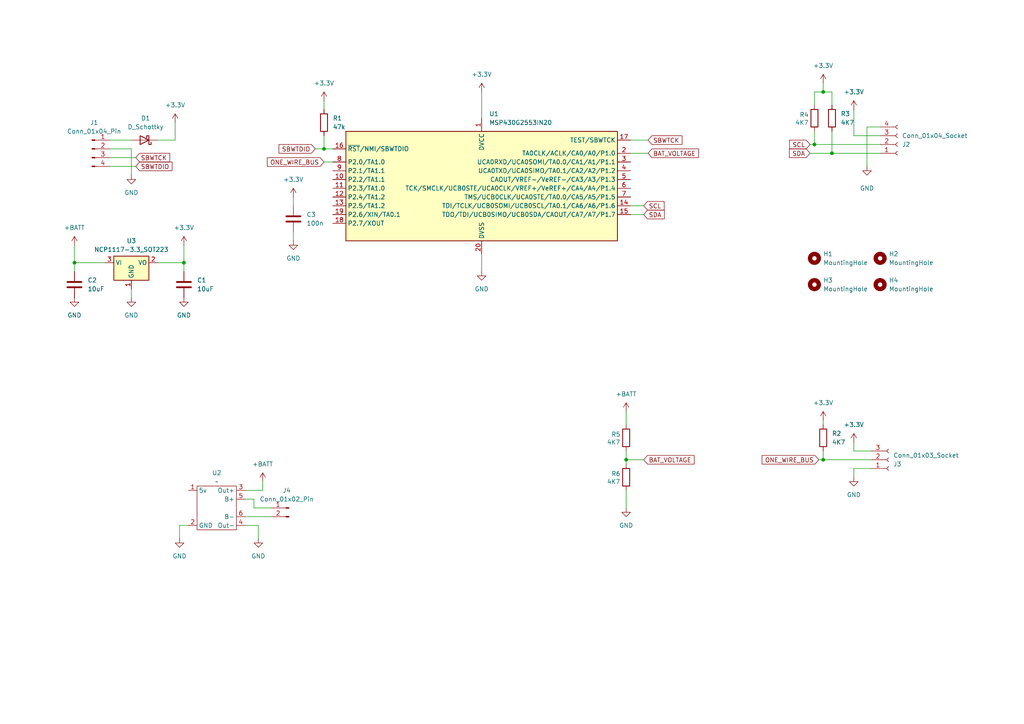
<source format=kicad_sch>
(kicad_sch (version 20231120) (generator "eeschema") (generator_version "8.0")
  (paper "A4")
  (lib_symbols
    (symbol "Connector:Conn_01x02_Pin" (pin_names (offset 1.016) hide)
      (property "Reference" "J" (at 0 2.54 0))
      (property "Value" "Conn_01x02_Pin" (at 0 -5.08 0))
      (symbol "Conn_01x02_Pin_1_1"
        (polyline (pts (xy 1.27 -2.54) (xy 0.8636 -2.54)) (stroke (width 0.1524)))
        (polyline (pts (xy 1.27 0) (xy 0.8636 0)) (stroke (width 0.1524)))
        (rectangle (start 0.8636 -2.413) (end 0 -2.667) (stroke (width 0.1524)) (fill (type outline)))
        (rectangle (start 0.8636 0.127) (end 0 -0.127) (stroke (width 0.1524)) (fill (type outline)))
        (pin passive line (at 5.08 0 180) (length 3.81) (name "Pin_1") (number "1"))
        (pin passive line (at 5.08 -2.54 180) (length 3.81) (name "Pin_2") (number "2"))
      )
    )
    (symbol "Connector:Conn_01x03_Socket" (pin_names (offset 1.016) hide)
      (property "Reference" "J" (at 0 5.08 0))
      (property "Value" "Conn_01x03_Socket" (at 0 -5.08 0))
      (symbol "Conn_01x03_Socket_1_1"
        (arc (start 0 -2.032) (mid -0.5058 -2.54) (end 0 -3.048) (stroke (width 0.1524)))
        (polyline (pts (xy -1.27 -2.54) (xy -0.508 -2.54)) (stroke (width 0.1524)))
        (polyline (pts (xy -1.27 0) (xy -0.508 0)) (stroke (width 0.1524)))
        (polyline (pts (xy -1.27 2.54) (xy -0.508 2.54)) (stroke (width 0.1524)))
        (arc (start 0 0.508) (mid -0.5058 0) (end 0 -0.508) (stroke (width 0.1524)))
        (arc (start 0 3.048) (mid -0.5058 2.54) (end 0 2.032) (stroke (width 0.1524)))
        (pin passive line (at -5.08 2.54 0) (length 3.81) (name "Pin_1") (number "1"))
        (pin passive line (at -5.08 0 0) (length 3.81) (name "Pin_2") (number "2"))
        (pin passive line (at -5.08 -2.54 0) (length 3.81) (name "Pin_3") (number "3"))
      )
    )
    (symbol "Connector:Conn_01x04_Pin" (pin_names (offset 1.016) hide)
      (property "Reference" "J" (at 0 5.08 0))
      (property "Value" "Conn_01x04_Pin" (at 0 -7.62 0))
      (symbol "Conn_01x04_Pin_1_1"
        (polyline (pts (xy 1.27 -5.08) (xy 0.8636 -5.08)) (stroke (width 0.1524)))
        (polyline (pts (xy 1.27 -2.54) (xy 0.8636 -2.54)) (stroke (width 0.1524)))
        (polyline (pts (xy 1.27 0) (xy 0.8636 0)) (stroke (width 0.1524)))
        (polyline (pts (xy 1.27 2.54) (xy 0.8636 2.54)) (stroke (width 0.1524)))
        (rectangle (start 0.8636 -4.953) (end 0 -5.207) (stroke (width 0.1524)) (fill (type outline)))
        (rectangle (start 0.8636 -2.413) (end 0 -2.667) (stroke (width 0.1524)) (fill (type outline)))
        (rectangle (start 0.8636 0.127) (end 0 -0.127) (stroke (width 0.1524)) (fill (type outline)))
        (rectangle (start 0.8636 2.667) (end 0 2.413) (stroke (width 0.1524)) (fill (type outline)))
        (pin passive line (at 5.08 2.54 180) (length 3.81) (name "Pin_1") (number "1"))
        (pin passive line (at 5.08 0 180) (length 3.81) (name "Pin_2") (number "2"))
        (pin passive line (at 5.08 -2.54 180) (length 3.81) (name "Pin_3") (number "3"))
        (pin passive line (at 5.08 -5.08 180) (length 3.81) (name "Pin_4") (number "4"))
      )
    )
    (symbol "Connector:Conn_01x04_Socket" (pin_names (offset 1.016) hide)
      (property "Reference" "J" (at 0 5.08 0))
      (property "Value" "Conn_01x04_Socket" (at 0 -7.62 0))
      (symbol "Conn_01x04_Socket_1_1"
        (arc (start 0 -4.572) (mid -0.5058 -5.08) (end 0 -5.588) (stroke (width 0.1524)))
        (arc (start 0 -2.032) (mid -0.5058 -2.54) (end 0 -3.048) (stroke (width 0.1524)))
        (polyline (pts (xy -1.27 -5.08) (xy -0.508 -5.08)) (stroke (width 0.1524)))
        (polyline (pts (xy -1.27 -2.54) (xy -0.508 -2.54)) (stroke (width 0.1524)))
        (polyline (pts (xy -1.27 0) (xy -0.508 0)) (stroke (width 0.1524)))
        (polyline (pts (xy -1.27 2.54) (xy -0.508 2.54)) (stroke (width 0.1524)))
        (arc (start 0 0.508) (mid -0.5058 0) (end 0 -0.508) (stroke (width 0.1524)))
        (arc (start 0 3.048) (mid -0.5058 2.54) (end 0 2.032) (stroke (width 0.1524)))
        (pin passive line (at -5.08 2.54 0) (length 3.81) (name "Pin_1") (number "1"))
        (pin passive line (at -5.08 0 0) (length 3.81) (name "Pin_2") (number "2"))
        (pin passive line (at -5.08 -2.54 0) (length 3.81) (name "Pin_3") (number "3"))
        (pin passive line (at -5.08 -5.08 0) (length 3.81) (name "Pin_4") (number "4"))
      )
    )
    (symbol "Device:C" (pin_numbers hide) (pin_names (offset 0.254))
      (property "Reference" "C" (at 0.635 2.54 0))
      (property "Value" "C" (at 0.635 -2.54 0))
      (symbol "C_0_1"
        (polyline (pts (xy -2.032 -0.762) (xy 2.032 -0.762)) (stroke (width 0.508)))
        (polyline (pts (xy -2.032 0.762) (xy 2.032 0.762)) (stroke (width 0.508)))
      )
      (symbol "C_1_1"
        (pin passive line (at 0 3.81 270) (length 2.794) (name "~") (number "1"))
        (pin passive line (at 0 -3.81 90) (length 2.794) (name "~") (number "2"))
      )
    )
    (symbol "Device:D_Schottky" (pin_numbers hide) (pin_names (offset 1.016) hide)
      (property "Reference" "D" (at 0 2.54 0))
      (property "Value" "D_Schottky" (at 0 -2.54 0))
      (symbol "D_Schottky_0_1"
        (polyline (pts (xy 1.27 0) (xy -1.27 0)))
        (polyline (pts (xy 1.27 1.27) (xy 1.27 -1.27) (xy -1.27 0) (xy 1.27 1.27)) (stroke (width 0.254)))
        (polyline (pts (xy -1.905 0.635) (xy -1.905 1.27) (xy -1.27 1.27) (xy -1.27 -1.27) (xy -0.635 -1.27) (xy -0.635 -0.635)) (stroke (width 0.254)))
      )
      (symbol "D_Schottky_1_1"
        (pin passive line (at -3.81 0 0) (length 2.54) (name "K") (number "1"))
        (pin passive line (at 3.81 0 180) (length 2.54) (name "A") (number "2"))
      )
    )
    (symbol "Device:R" (pin_numbers hide) (pin_names (offset 0))
      (property "Reference" "R" (at 2.032 0 90))
      (property "Value" "R" (at 0 0 90))
      (symbol "R_0_1"
        (rectangle (start -1.016 -2.54) (end 1.016 2.54) (stroke (width 0.254)))
      )
      (symbol "R_1_1"
        (pin passive line (at 0 3.81 270) (length 1.27) (name "~") (number "1"))
        (pin passive line (at 0 -3.81 90) (length 1.27) (name "~") (number "2"))
      )
    )
    (symbol "MCU_Texas_MSP430:MSP430G2553IN20"
      (property "Reference" "U" (at -38.1 17.78 0))
      (property "Value" "MSP430G2553IN20" (at 31.75 -16.51 0))
      (symbol "MSP430G2553IN20_0_1"
        (rectangle (start -39.37 16.51) (end 39.37 -15.24) (stroke (width 0.254)) (fill (type background)))
      )
      (symbol "MSP430G2553IN20_1_1"
        (pin power_in line (at 0 20.32 270) (length 3.81) (name "DVCC") (number "1"))
        (pin bidirectional line (at -43.18 2.54 0) (length 3.81) (name "P2.2/TA1.1") (number "10"))
        (pin bidirectional line (at -43.18 0 0) (length 3.81) (name "P2.3/TA1.0") (number "11"))
        (pin bidirectional line (at -43.18 -2.54 0) (length 3.81) (name "P2.4/TA1.2") (number "12"))
        (pin bidirectional line (at -43.18 -5.08 0) (length 3.81) (name "P2.5/TA1.2") (number "13"))
        (pin bidirectional line (at 43.18 -5.08 180) (length 3.81) (name "TDI/TCLK/UCB0SOMI/UCB0SCL/TA0.1/CA6/A6/P1.6") (number "14"))
        (pin bidirectional line (at 43.18 -7.62 180) (length 3.81) (name "TDO/TDI/UCB0SIMO/UCB0SDA/CAOUT/CA7/A7/P1.7") (number "15"))
        (pin input line (at -43.18 11.43 0) (length 3.81) (name "~{RST}/NMI/SBWTDIO") (number "16"))
        (pin input line (at 43.18 13.97 180) (length 3.81) (name "TEST/SBWTCK") (number "17"))
        (pin bidirectional line (at -43.18 -10.16 0) (length 3.81) (name "P2.7/XOUT") (number "18"))
        (pin bidirectional line (at -43.18 -7.62 0) (length 3.81) (name "P2.6/XIN/TA0.1") (number "19"))
        (pin bidirectional line (at 43.18 10.16 180) (length 3.81) (name "TA0CLK/ACLK/CA0/A0/P1.0") (number "2"))
        (pin power_in line (at 0 -19.05 90) (length 3.81) (name "DVSS") (number "20"))
        (pin bidirectional line (at 43.18 7.62 180) (length 3.81) (name "UCA0RXD/UCA0SOMI/TA0.0/CA1/A1/P1.1") (number "3"))
        (pin bidirectional line (at 43.18 5.08 180) (length 3.81) (name "UCA0TXD/UCA0SIMO/TA0.1/CA2/A2/P1.2") (number "4"))
        (pin bidirectional line (at 43.18 2.54 180) (length 3.81) (name "CAOUT/VREF-/VeREF-/CA3/A3/P1.3") (number "5"))
        (pin bidirectional line (at 43.18 0 180) (length 3.81) (name "TCK/SMCLK/UCB0STE/UCA0CLK/VREF+/VeREF+/CA4/A4/P1.4") (number "6"))
        (pin bidirectional line (at 43.18 -2.54 180) (length 3.81) (name "TMS/UCB0CLK/UCA0STE/TA0.0/CA5/A5/P1.5") (number "7"))
        (pin bidirectional line (at -43.18 7.62 0) (length 3.81) (name "P2.0/TA1.0") (number "8"))
        (pin bidirectional line (at -43.18 5.08 0) (length 3.81) (name "P2.1/TA1.1") (number "9"))
      )
    )
    (symbol "Mechanical:MountingHole" (pin_names (offset 1.016)) (exclude_from_sim yes) (in_bom no)
      (property "Reference" "H" (at 0 5.08 0))
      (property "Value" "MountingHole" (at 0 3.175 0))
      (symbol "MountingHole_0_1"
        (circle (center 0 0) (radius 1.27) (stroke (width 1.27)))
      )
    )
    (symbol "Regulator_Linear:NCP1117-3.3_SOT223"
      (property "Reference" "U" (at -3.81 3.175 0))
      (property "Value" "NCP1117-3.3_SOT223" (at 0 3.175 0))
      (symbol "NCP1117-3.3_SOT223_0_1"
        (rectangle (start -5.08 -5.08) (end 5.08 1.905) (stroke (width 0.254)) (fill (type background)))
      )
      (symbol "NCP1117-3.3_SOT223_1_1"
        (pin power_in line (at 0 -7.62 90) (length 2.54) (name "GND") (number "1"))
        (pin power_out line (at 7.62 0 180) (length 2.54) (name "VO") (number "2"))
        (pin power_in line (at -7.62 0 0) (length 2.54) (name "VI") (number "3"))
      )
    )
    (symbol "power:+3.3V" (power) (pin_numbers hide) (pin_names (offset 0) hide)
      (property "Value" "+3.3V" (at 0 3.556 0))
      (symbol "+3.3V_0_1"
        (polyline (pts (xy -0.762 1.27) (xy 0 2.54)))
        (polyline (pts (xy 0 0) (xy 0 2.54)))
        (polyline (pts (xy 0 2.54) (xy 0.762 1.27)))
      )
      (symbol "+3.3V_1_1"
        (pin power_in line (at 0 0 90) (length 0) (name "~") (number "1"))
      )
    )
    (symbol "power:+BATT" (power) (pin_numbers hide) (pin_names (offset 0) hide)
      (property "Value" "+BATT" (at 0 3.556 0))
      (symbol "+BATT_0_1"
        (polyline (pts (xy -0.762 1.27) (xy 0 2.54)))
        (polyline (pts (xy 0 0) (xy 0 2.54)))
        (polyline (pts (xy 0 2.54) (xy 0.762 1.27)))
      )
      (symbol "+BATT_1_1"
        (pin power_in line (at 0 0 90) (length 0) (name "~") (number "1"))
      )
    )
    (symbol "power:GND" (power) (pin_numbers hide) (pin_names (offset 0) hide)
      (property "Value" "GND" (at 0 -3.81 0))
      (symbol "GND_0_1"
        (polyline (pts (xy 0 0) (xy 0 -1.27) (xy 1.27 -1.27) (xy 0 -2.54) (xy -1.27 -1.27) (xy 0 -1.27)))
      )
      (symbol "GND_1_1"
        (pin power_in line (at 0 0 270) (length 0) (name "~") (number "1"))
      )
    )
    (symbol "termo:TP4056"
      (property "Reference" "U" (at 0 0 0))
      (symbol "TP4056_0_1"
        (rectangle (start -3.81 -1.27) (end 7.62 -13.97))
      )
      (symbol "TP4056_1_1"
        (pin input line (at -6.35 -2.54 0) (length 2.54) (name "5v") (number "1"))
        (pin input line (at -6.35 -12.7 0) (length 2.54) (name "GND") (number "2"))
        (pin output line (at 10.16 -2.54 180) (length 2.54) (name "Out+") (number "3"))
        (pin output line (at 10.16 -12.7 180) (length 2.54) (name "Out-") (number "4"))
        (pin output line (at 10.16 -5.08 180) (length 2.54) (name "B+") (number "5"))
        (pin output line (at 10.16 -10.16 180) (length 2.54) (name "B-") (number "6"))
      )
    )
  )
  (junction (at 53.34 76.2))
  (junction (at 181.61 133.35))
  (junction (at 93.98 43.18))
  (junction (at 238.76 26.67))
  (junction (at 21.59 76.2))
  (junction (at 238.76 133.35))
  (junction (at 236.22 41.91))
  (junction (at 241.3 44.45))
  (wire (pts (xy 93.98 39.37) (xy 93.98 43.18)))
  (wire (pts (xy 252.73 130.81) (xy 247.65 130.81)))
  (wire (pts (xy 73.66 144.78) (xy 73.66 147.32)))
  (wire (pts (xy 182.88 44.45) (xy 187.96 44.45)))
  (wire (pts (xy 238.76 130.81) (xy 238.76 133.35)))
  (wire (pts (xy 76.2 139.7) (xy 76.2 142.24)))
  (wire (pts (xy 241.3 30.48) (xy 241.3 26.67)))
  (wire (pts (xy 182.88 40.64) (xy 187.96 40.64)))
  (wire (pts (xy 181.61 142.24) (xy 181.61 147.32)))
  (wire (pts (xy 234.95 41.91) (xy 236.22 41.91)))
  (wire (pts (xy 45.72 76.2) (xy 53.34 76.2)))
  (wire (pts (xy 54.61 152.4) (xy 52.07 152.4)))
  (wire (pts (xy 53.34 76.2) (xy 53.34 78.74)))
  (wire (pts (xy 238.76 121.92) (xy 238.76 123.19)))
  (wire (pts (xy 139.7 26.67) (xy 139.7 34.29)))
  (wire (pts (xy 91.44 43.18) (xy 93.98 43.18)))
  (wire (pts (xy 52.07 152.4) (xy 52.07 156.21)))
  (wire (pts (xy 74.93 152.4) (xy 74.93 156.21)))
  (wire (pts (xy 31.75 48.26) (xy 39.37 48.26)))
  (wire (pts (xy 181.61 133.35) (xy 181.61 134.62)))
  (wire (pts (xy 182.88 62.23) (xy 186.69 62.23)))
  (wire (pts (xy 93.98 43.18) (xy 96.52 43.18)))
  (wire (pts (xy 31.75 45.72) (xy 39.37 45.72)))
  (wire (pts (xy 21.59 76.2) (xy 30.48 76.2)))
  (wire (pts (xy 252.73 135.89) (xy 247.65 135.89)))
  (wire (pts (xy 241.3 44.45) (xy 255.27 44.45)))
  (wire (pts (xy 238.76 133.35) (xy 252.73 133.35)))
  (wire (pts (xy 255.27 36.83) (xy 251.46 36.83)))
  (wire (pts (xy 21.59 71.12) (xy 21.59 76.2)))
  (wire (pts (xy 71.12 149.86) (xy 78.74 149.86)))
  (wire (pts (xy 21.59 78.74) (xy 21.59 76.2)))
  (wire (pts (xy 238.76 24.13) (xy 238.76 26.67)))
  (wire (pts (xy 236.22 26.67) (xy 238.76 26.67)))
  (wire (pts (xy 241.3 38.1) (xy 241.3 44.45)))
  (wire (pts (xy 38.1 83.82) (xy 38.1 86.36)))
  (wire (pts (xy 31.75 40.64) (xy 38.1 40.64)))
  (wire (pts (xy 181.61 130.81) (xy 181.61 133.35)))
  (wire (pts (xy 53.34 76.2) (xy 53.34 71.12)))
  (wire (pts (xy 181.61 133.35) (xy 186.69 133.35)))
  (wire (pts (xy 236.22 38.1) (xy 236.22 41.91)))
  (wire (pts (xy 234.95 44.45) (xy 241.3 44.45)))
  (wire (pts (xy 238.76 26.67) (xy 241.3 26.67)))
  (wire (pts (xy 50.8 40.64) (xy 50.8 35.56)))
  (wire (pts (xy 181.61 123.19) (xy 181.61 119.38)))
  (wire (pts (xy 45.72 40.64) (xy 50.8 40.64)))
  (wire (pts (xy 93.98 29.21) (xy 93.98 31.75)))
  (wire (pts (xy 236.22 26.67) (xy 236.22 30.48)))
  (wire (pts (xy 237.49 133.35) (xy 238.76 133.35)))
  (wire (pts (xy 93.98 46.99) (xy 96.52 46.99)))
  (wire (pts (xy 247.65 31.75) (xy 247.65 39.37)))
  (wire (pts (xy 71.12 142.24) (xy 76.2 142.24)))
  (wire (pts (xy 71.12 152.4) (xy 74.93 152.4)))
  (wire (pts (xy 247.65 39.37) (xy 255.27 39.37)))
  (wire (pts (xy 71.12 144.78) (xy 73.66 144.78)))
  (wire (pts (xy 73.66 147.32) (xy 78.74 147.32)))
  (wire (pts (xy 85.09 57.15) (xy 85.09 59.69)))
  (wire (pts (xy 139.7 73.66) (xy 139.7 78.74)))
  (wire (pts (xy 247.65 135.89) (xy 247.65 138.43)))
  (wire (pts (xy 31.75 43.18) (xy 38.1 43.18)))
  (wire (pts (xy 85.09 67.31) (xy 85.09 69.85)))
  (wire (pts (xy 236.22 41.91) (xy 255.27 41.91)))
  (wire (pts (xy 251.46 36.83) (xy 251.46 48.26)))
  (wire (pts (xy 247.65 130.81) (xy 247.65 128.27)))
  (wire (pts (xy 38.1 43.18) (xy 38.1 50.8)))
  (wire (pts (xy 182.88 59.69) (xy 186.69 59.69)))
  (global_label "SBWTDIO" (shape input) (at 91.44 43.18 180) (property "Intersheetrefs" "${INTERSHEET_REFS}" (effects (hide yes))))
  (global_label "SBWTCK" (shape input) (at 187.96 40.64 0) (property "Intersheetrefs" "${INTERSHEET_REFS}" (effects (hide yes))))
  (global_label "SBWTDIO" (shape input) (at 39.37 48.26 0) (property "Intersheetrefs" "${INTERSHEET_REFS}" (effects (hide yes))))
  (global_label "SCL" (shape input) (at 186.69 59.69 0) (property "Intersheetrefs" "${INTERSHEET_REFS}" (effects (hide yes))))
  (global_label "ONE_WIRE_BUS" (shape input) (at 237.49 133.35 180) (property "Intersheetrefs" "${INTERSHEET_REFS}" (effects (hide yes))))
  (global_label "BAT_VOLTAGE" (shape input) (at 187.96 44.45 0) (property "Intersheetrefs" "${INTERSHEET_REFS}" (effects (hide yes))))
  (global_label "SDA" (shape input) (at 186.69 62.23 0) (property "Intersheetrefs" "${INTERSHEET_REFS}" (effects (hide yes))))
  (global_label "BAT_VOLTAGE" (shape input) (at 186.69 133.35 0) (property "Intersheetrefs" "${INTERSHEET_REFS}" (effects (hide yes))))
  (global_label "SBWTCK" (shape input) (at 39.37 45.72 0) (property "Intersheetrefs" "${INTERSHEET_REFS}" (effects (hide yes))))
  (global_label "SDA" (shape input) (at 234.95 44.45 180) (property "Intersheetrefs" "${INTERSHEET_REFS}" (effects (hide yes))))
  (global_label "SCL" (shape input) (at 234.95 41.91 180) (property "Intersheetrefs" "${INTERSHEET_REFS}" (effects (hide yes))))
  (global_label "ONE_WIRE_BUS" (shape input) (at 93.98 46.99 180) (property "Intersheetrefs" "${INTERSHEET_REFS}" (effects (hide yes))))
  (symbol (lib_id "power:+BATT") (at 181.61 119.38 0) (unit 1)
    (property "Reference" "#PWR023" (effects (hide yes)))
    (property "Value" "+BATT" (at 181.61 114.3 0))
    (property "Description" "Power symbol creates a global label with name \"+BATT\"" (effects (hide yes)))
  )
  (symbol (lib_id "Device:R") (at 236.22 34.29 0) (unit 1)
    (property "Reference" "R4" (at 231.902 33.274 0) (effects (justify left)))
    (property "Value" "4K7" (at 230.632 35.56 0) (effects (justify left)))
    (property "Footprint" "Resistor_SMD:R_0805_2012Metric_Pad1.20x1.40mm_HandSolder" (effects (hide yes)))
    (property "Description" "Resistor" (effects (hide yes)))
  )
  (symbol (lib_id "Device:R") (at 241.3 34.29 0) (unit 1)
    (property "Reference" "R3" (at 243.84 33.02 0) (effects (justify left)))
    (property "Value" "4K7" (at 243.84 35.5599 0) (effects (justify left)))
    (property "Footprint" "Resistor_SMD:R_0805_2012Metric_Pad1.20x1.40mm_HandSolder" (effects (hide yes)))
    (property "Description" "Resistor" (effects (hide yes)))
  )
  (symbol (lib_id "power:GND") (at 139.7 78.74 0) (unit 1)
    (property "Reference" "#PWR01" (effects (hide yes)))
    (property "Value" "GND" (at 139.7 83.82 0))
    (property "Description" "Power symbol creates a global label with name \"GND\" , ground" (effects (hide yes)))
  )
  (symbol (lib_id "power:+3.3V") (at 238.76 24.13 0) (unit 1)
    (property "Reference" "#PWR011" (effects (hide yes)))
    (property "Value" "+3.3V" (at 238.76 19.05 0))
    (property "Description" "Power symbol creates a global label with name \"+3.3V\"" (effects (hide yes)))
  )
  (symbol (lib_id "Connector:Conn_01x04_Socket") (at 260.35 41.91 0) (mirror x) (unit 1)
    (property "Reference" "J2" (at 261.62 41.9101 0) (effects (justify left)))
    (property "Value" "Conn_01x04_Socket" (at 261.62 39.3701 0) (effects (justify left)))
    (property "Footprint" "Connector_PinSocket_2.54mm:PinSocket_1x04_P2.54mm_Vertical" (effects (hide yes)))
    (property "Description" "Generic connector, single row, 01x04, script generated" (effects (hide yes)))
  )
  (symbol (lib_id "power:+BATT") (at 76.2 139.7 0) (unit 1)
    (property "Reference" "#PWR020" (effects (hide yes)))
    (property "Value" "+BATT" (at 76.2 134.62 0))
    (property "Description" "Power symbol creates a global label with name \"+BATT\"" (effects (hide yes)))
  )
  (symbol (lib_id "termo:TP4056") (at 60.96 139.7 0) (unit 1)
    (property "Reference" "U2" (at 62.865 137.16 0))
    (property "Value" "~" (at 62.865 139.7 0))
    (property "Footprint" "tp4056:TP4056-18650" (effects (hide yes)))
  )
  (symbol (lib_id "power:GND") (at 38.1 50.8 0) (unit 1)
    (property "Reference" "#PWR06" (effects (hide yes)))
    (property "Value" "GND" (at 38.1 55.88 0))
    (property "Description" "Power symbol creates a global label with name \"GND\" , ground" (effects (hide yes)))
  )
  (symbol (lib_id "Device:R") (at 181.61 138.43 0) (unit 1)
    (property "Reference" "R6" (at 177.292 137.414 0) (effects (justify left)))
    (property "Value" "4K7" (at 176.022 139.7 0) (effects (justify left)))
    (property "Footprint" "Resistor_SMD:R_0805_2012Metric_Pad1.20x1.40mm_HandSolder" (effects (hide yes)))
    (property "Description" "Resistor" (effects (hide yes)))
  )
  (symbol (lib_id "Device:D_Schottky") (at 41.91 40.64 180) (unit 1)
    (property "Reference" "D1" (at 42.2275 34.29 0))
    (property "Value" "D_Schottky" (at 42.2275 36.83 0))
    (property "Footprint" "Diode_SMD:D_SMB" (effects (hide yes)))
    (property "Description" "Schottky diode" (effects (hide yes)))
  )
  (symbol (lib_id "power:+3.3V") (at 50.8 35.56 0) (unit 1)
    (property "Reference" "#PWR05" (effects (hide yes)))
    (property "Value" "+3.3V" (at 50.8 30.48 0))
    (property "Description" "Power symbol creates a global label with name \"+3.3V\"" (effects (hide yes)))
  )
  (symbol (lib_id "Connector:Conn_01x04_Pin") (at 26.67 43.18 0) (unit 1)
    (property "Reference" "J1" (at 27.305 35.56 0))
    (property "Value" "Conn_01x04_Pin" (at 27.305 38.1 0))
    (property "Footprint" "Connector_PinHeader_2.54mm:PinHeader_1x04_P2.54mm_Horizontal" (effects (hide yes)))
    (property "Description" "Generic connector, single row, 01x04, script generated" (effects (hide yes)))
  )
  (symbol (lib_id "power:+3.3V") (at 247.65 128.27 0) (unit 1)
    (property "Reference" "#PWR08" (effects (hide yes)))
    (property "Value" "+3.3V" (at 247.65 123.19 0))
    (property "Description" "Power symbol creates a global label with name \"+3.3V\"" (effects (hide yes)))
  )
  (symbol (lib_id "power:+3.3V") (at 93.98 29.21 0) (unit 1)
    (property "Reference" "#PWR07" (effects (hide yes)))
    (property "Value" "+3.3V" (at 93.98 24.13 0))
    (property "Description" "Power symbol creates a global label with name \"+3.3V\"" (effects (hide yes)))
  )
  (symbol (lib_id "power:+3.3V") (at 247.65 31.75 0) (unit 1)
    (property "Reference" "#PWR04" (effects (hide yes)))
    (property "Value" "+3.3V" (at 247.65 26.67 0))
    (property "Description" "Power symbol creates a global label with name \"+3.3V\"" (effects (hide yes)))
  )
  (symbol (lib_id "Connector:Conn_01x03_Socket") (at 257.81 133.35 0) (mirror x) (unit 1)
    (property "Reference" "J3" (at 259.08 134.6201 0) (effects (justify left)))
    (property "Value" "Conn_01x03_Socket" (at 259.08 132.0801 0) (effects (justify left)))
    (property "Footprint" "Connector_PinSocket_2.54mm:PinSocket_1x03_P2.54mm_Horizontal" (effects (hide yes)))
    (property "Description" "Generic connector, single row, 01x03, script generated" (effects (hide yes)))
  )
  (symbol (lib_id "Device:C") (at 85.09 63.5 0) (unit 1)
    (property "Reference" "C3" (at 88.9 62.2299 0) (effects (justify left)))
    (property "Value" "100n" (at 88.9 64.7699 0) (effects (justify left)))
    (property "Footprint" "Capacitor_SMD:C_0805_2012Metric" (effects (hide yes)))
    (property "Description" "Unpolarized capacitor" (effects (hide yes)))
  )
  (symbol (lib_id "Device:R") (at 238.76 127 0) (unit 1)
    (property "Reference" "R2" (at 241.3 125.7299 0) (effects (justify left)))
    (property "Value" "4K7" (at 241.3 128.2699 0) (effects (justify left)))
    (property "Footprint" "Resistor_SMD:R_0805_2012Metric_Pad1.20x1.40mm_HandSolder" (effects (hide yes)))
    (property "Description" "Resistor" (effects (hide yes)))
  )
  (symbol (lib_id "power:GND") (at 181.61 147.32 0) (unit 1)
    (property "Reference" "#PWR012" (effects (hide yes)))
    (property "Value" "GND" (at 181.61 152.4 0))
    (property "Description" "Power symbol creates a global label with name \"GND\" , ground" (effects (hide yes)))
  )
  (symbol (lib_id "Mechanical:MountingHole") (at 255.27 74.93 0) (unit 1) (exclude_from_sim yes) (in_bom no)
    (property "Reference" "H2" (at 257.81 73.6599 0) (effects (justify left)))
    (property "Value" "MountingHole" (at 257.81 76.1999 0) (effects (justify left)))
    (property "Footprint" "MountingHole:MountingHole_3.2mm_M3" (effects (hide yes)))
    (property "Description" "Mounting Hole without connection" (effects (hide yes)))
  )
  (symbol (lib_id "power:+3.3V") (at 139.7 26.67 0) (unit 1)
    (property "Reference" "#PWR02" (effects (hide yes)))
    (property "Value" "+3.3V" (at 139.7 21.59 0))
    (property "Description" "Power symbol creates a global label with name \"+3.3V\"" (effects (hide yes)))
  )
  (symbol (lib_id "power:GND") (at 21.59 86.36 0) (unit 1)
    (property "Reference" "#PWR019" (effects (hide yes)))
    (property "Value" "GND" (at 21.59 91.44 0))
    (property "Description" "Power symbol creates a global label with name \"GND\" , ground" (effects (hide yes)))
  )
  (symbol (lib_id "power:+BATT") (at 21.59 71.12 0) (unit 1)
    (property "Reference" "#PWR021" (effects (hide yes)))
    (property "Value" "+BATT" (at 21.59 66.04 0))
    (property "Description" "Power symbol creates a global label with name \"+BATT\"" (effects (hide yes)))
  )
  (symbol (lib_id "Device:C") (at 21.59 82.55 0) (unit 1)
    (property "Reference" "C2" (at 25.4 81.2799 0) (effects (justify left)))
    (property "Value" "10uF" (at 25.4 83.8199 0) (effects (justify left)))
    (property "Footprint" "Capacitor_SMD:C_0805_2012Metric" (effects (hide yes)))
    (property "Description" "Unpolarized capacitor" (effects (hide yes)))
  )
  (symbol (lib_id "Mechanical:MountingHole") (at 236.22 82.55 0) (unit 1) (exclude_from_sim yes) (in_bom no)
    (property "Reference" "H3" (at 238.76 81.2799 0) (effects (justify left)))
    (property "Value" "MountingHole" (at 238.76 83.8199 0) (effects (justify left)))
    (property "Footprint" "MountingHole:MountingHole_3.2mm_M3" (effects (hide yes)))
    (property "Description" "Mounting Hole without connection" (effects (hide yes)))
  )
  (symbol (lib_id "power:GND") (at 52.07 156.21 0) (unit 1)
    (property "Reference" "#PWR013" (effects (hide yes)))
    (property "Value" "GND" (at 52.07 161.29 0))
    (property "Description" "Power symbol creates a global label with name \"GND\" , ground" (effects (hide yes)))
  )
  (symbol (lib_id "power:GND") (at 53.34 86.36 0) (unit 1)
    (property "Reference" "#PWR018" (effects (hide yes)))
    (property "Value" "GND" (at 53.34 91.44 0))
    (property "Description" "Power symbol creates a global label with name \"GND\" , ground" (effects (hide yes)))
  )
  (symbol (lib_id "Device:R") (at 181.61 127 0) (unit 1)
    (property "Reference" "R5" (at 177.292 125.984 0) (effects (justify left)))
    (property "Value" "4K7" (at 176.022 128.27 0) (effects (justify left)))
    (property "Footprint" "Resistor_SMD:R_0805_2012Metric_Pad1.20x1.40mm_HandSolder" (effects (hide yes)))
    (property "Description" "Resistor" (effects (hide yes)))
  )
  (symbol (lib_id "Mechanical:MountingHole") (at 255.27 82.55 0) (unit 1) (exclude_from_sim yes) (in_bom no)
    (property "Reference" "H4" (at 257.81 81.2799 0) (effects (justify left)))
    (property "Value" "MountingHole" (at 257.81 83.8199 0) (effects (justify left)))
    (property "Footprint" "MountingHole:MountingHole_3.2mm_M3" (effects (hide yes)))
    (property "Description" "Mounting Hole without connection" (effects (hide yes)))
  )
  (symbol (lib_id "Device:C") (at 53.34 82.55 0) (unit 1)
    (property "Reference" "C1" (at 57.15 81.2799 0) (effects (justify left)))
    (property "Value" "10uF" (at 57.15 83.8199 0) (effects (justify left)))
    (property "Footprint" "Capacitor_SMD:C_0805_2012Metric" (effects (hide yes)))
    (property "Description" "Unpolarized capacitor" (effects (hide yes)))
  )
  (symbol (lib_id "power:GND") (at 85.09 69.85 0) (unit 1)
    (property "Reference" "#PWR022" (effects (hide yes)))
    (property "Value" "GND" (at 85.09 74.93 0))
    (property "Description" "Power symbol creates a global label with name \"GND\" , ground" (effects (hide yes)))
  )
  (symbol (lib_id "power:+3.3V") (at 53.34 71.12 0) (unit 1)
    (property "Reference" "#PWR016" (effects (hide yes)))
    (property "Value" "+3.3V" (at 53.34 66.04 0))
    (property "Description" "Power symbol creates a global label with name \"+3.3V\"" (effects (hide yes)))
  )
  (symbol (lib_id "Mechanical:MountingHole") (at 236.22 74.93 0) (unit 1) (exclude_from_sim yes) (in_bom no)
    (property "Reference" "H1" (at 238.76 73.6599 0) (effects (justify left)))
    (property "Value" "MountingHole" (at 238.76 76.1999 0) (effects (justify left)))
    (property "Footprint" "MountingHole:MountingHole_3.2mm_M3" (effects (hide yes)))
    (property "Description" "Mounting Hole without connection" (effects (hide yes)))
  )
  (symbol (lib_id "MCU_Texas_MSP430:MSP430G2553IN20") (at 139.7 54.61 0) (unit 1)
    (property "Reference" "U1" (at 141.8941 33.02 0) (effects (justify left)))
    (property "Value" "MSP430G2553IN20" (at 141.8941 35.56 0) (effects (justify left)))
    (property "Footprint" "Package_DIP:DIP-20_W7.62mm" (effects (hide yes)))
    (property "Datasheet" "http://www.ti.com/lit/ds/symlink/msp430g2553.pdf" (effects (hide yes)))
    (property "Description" "16kB Flash, 512B RAM, DIP-20" (effects (hide yes)))
  )
  (symbol (lib_id "Device:R") (at 93.98 35.56 0) (unit 1)
    (property "Reference" "R1" (at 96.52 34.2899 0) (effects (justify left)))
    (property "Value" "47k" (at 96.52 36.8299 0) (effects (justify left)))
    (property "Footprint" "Resistor_SMD:R_0805_2012Metric_Pad1.20x1.40mm_HandSolder" (effects (hide yes)))
    (property "Description" "Resistor" (effects (hide yes)))
  )
  (symbol (lib_id "power:+3.3V") (at 238.76 121.92 0) (unit 1)
    (property "Reference" "#PWR010" (effects (hide yes)))
    (property "Value" "+3.3V" (at 238.76 116.84 0))
    (property "Description" "Power symbol creates a global label with name \"+3.3V\"" (effects (hide yes)))
  )
  (symbol (lib_id "power:GND") (at 38.1 86.36 0) (unit 1)
    (property "Reference" "#PWR015" (effects (hide yes)))
    (property "Value" "GND" (at 38.1 91.44 0))
    (property "Description" "Power symbol creates a global label with name \"GND\" , ground" (effects (hide yes)))
  )
  (symbol (lib_id "power:GND") (at 251.46 48.26 0) (unit 1)
    (property "Reference" "#PWR03" (effects (hide yes)))
    (property "Value" "GND" (at 251.46 54.61 0))
    (property "Description" "Power symbol creates a global label with name \"GND\" , ground" (effects (hide yes)))
  )
  (symbol (lib_id "power:+3.3V") (at 85.09 57.15 0) (unit 1)
    (property "Reference" "#PWR017" (effects (hide yes)))
    (property "Value" "+3.3V" (at 85.09 52.07 0))
    (property "Description" "Power symbol creates a global label with name \"+3.3V\"" (effects (hide yes)))
  )
  (symbol (lib_id "Regulator_Linear:NCP1117-3.3_SOT223") (at 38.1 76.2 0) (unit 1)
    (property "Reference" "U3" (at 38.1 69.85 0))
    (property "Value" "NCP1117-3.3_SOT223" (at 38.1 72.39 0))
    (property "Footprint" "Package_TO_SOT_SMD:SOT-223-3_TabPin2" (effects (hide yes)))
    (property "Datasheet" "http://www.onsemi.com/pub_link/Collateral/NCP1117-D.PDF" (effects (hide yes)))
    (property "Description" "1A Low drop-out regulator, Fixed Output 3.3V, SOT-223" (effects (hide yes)))
  )
  (symbol (lib_id "power:GND") (at 74.93 156.21 0) (unit 1)
    (property "Reference" "#PWR014" (effects (hide yes)))
    (property "Value" "GND" (at 74.93 161.29 0))
    (property "Description" "Power symbol creates a global label with name \"GND\" , ground" (effects (hide yes)))
  )
  (symbol (lib_id "Connector:Conn_01x02_Pin") (at 83.82 147.32 0) (mirror y) (unit 1)
    (property "Reference" "J4" (at 83.185 142.24 0))
    (property "Value" "Conn_01x02_Pin" (at 83.185 144.78 0))
    (property "Footprint" "Connector_PinHeader_2.54mm:PinHeader_1x02_P2.54mm_Horizontal" (effects (hide yes)))
    (property "Description" "Generic connector, single row, 01x02, script generated" (effects (hide yes)))
  )
  (symbol (lib_id "power:GND") (at 247.65 138.43 0) (unit 1)
    (property "Reference" "#PWR09" (effects (hide yes)))
    (property "Value" "GND" (at 247.65 143.51 0))
    (property "Description" "Power symbol creates a global label with name \"GND\" , ground" (effects (hide yes)))
  )
)
</source>
